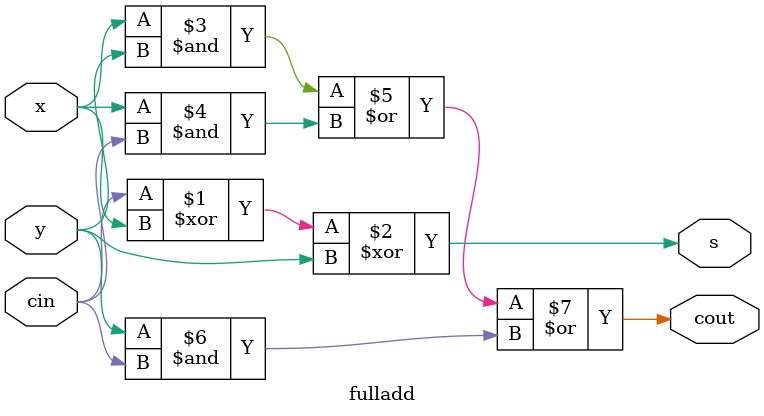
<source format=v>
module adder4 (
    input carryin,
    input [3:0]X,Y,
    output carryout,
    output [3:0]S  
);
    wire [3:1]C;
    
    fulladd stage0(carryin,X[0],Y[0],S[0],C[1]);
    fulladd stage1(C[1],X[1],Y[1],S[1],C[2]);
    fulladd stage2(C[2],X[2],Y[2],S[2],C[3]);
    fulladd stage3(C[3],X[3],Y[3],S[3],carryout);
    
endmodule

module fulladd(cin,x,y,s,cout);
input cin,x,y;
output cout,s;

assign s = cin^x^y;
assign cout = (x&y)|(x&cin)|(y&cin);

endmodule
</source>
